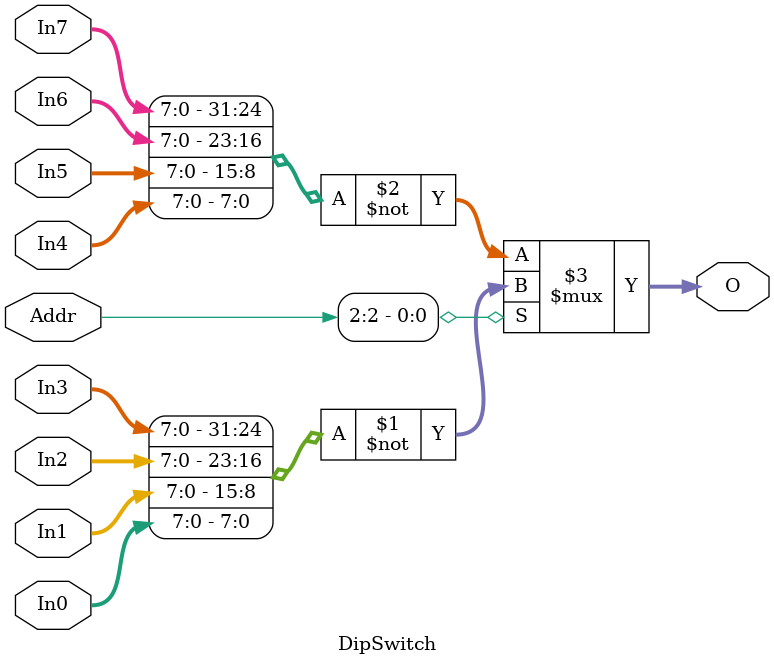
<source format=v>
`timescale 1ns / 1ps
module DipSwitch(
    input [31:0] Addr,
    input [7:0] In0,
    input [7:0] In1,
    input [7:0] In2,
    input [7:0] In3,
    input [7:0] In4,
    input [7:0] In5,
    input [7:0] In6,
    input [7:0] In7,
    output [31:0] O
    );
	 //assign O = (Addr[2]) ? ~{In7, In6, In5, In4} : ~{In3, In2, In1, In0};
	 assign O = (Addr[2]) ? ~{In3, In2, In1, In0} : ~{In7, In6, In5, In4};
endmodule

</source>
